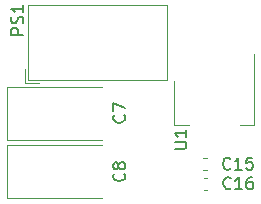
<source format=gbr>
%TF.GenerationSoftware,KiCad,Pcbnew,(5.1.10)-1*%
%TF.CreationDate,2022-01-18T16:23:03+07:00*%
%TF.ProjectId,DC5V_DC5V3V3,44433556-5f44-4433-9556-3356332e6b69,rev?*%
%TF.SameCoordinates,Original*%
%TF.FileFunction,Legend,Top*%
%TF.FilePolarity,Positive*%
%FSLAX46Y46*%
G04 Gerber Fmt 4.6, Leading zero omitted, Abs format (unit mm)*
G04 Created by KiCad (PCBNEW (5.1.10)-1) date 2022-01-18 16:23:03*
%MOMM*%
%LPD*%
G01*
G04 APERTURE LIST*
%ADD10C,0.120000*%
%ADD11C,0.150000*%
%ADD12O,1.700000X1.700000*%
%ADD13R,1.700000X1.700000*%
%ADD14R,1.500000X2.000000*%
%ADD15R,3.800000X2.000000*%
%ADD16R,1.750000X2.250000*%
%ADD17O,1.750000X2.250000*%
G04 APERTURE END LIST*
D10*
%TO.C,U1*%
X110381000Y-85207000D02*
X110381000Y-91217000D01*
X103561000Y-87457000D02*
X103561000Y-91217000D01*
X110381000Y-91217000D02*
X109121000Y-91217000D01*
X103561000Y-91217000D02*
X104821000Y-91217000D01*
%TO.C,PS1*%
X91196000Y-81067000D02*
X102966000Y-81067000D01*
X91196000Y-81067000D02*
X91196000Y-87407000D01*
X91196000Y-87407000D02*
X102966000Y-87407000D01*
X102966000Y-81067000D02*
X102966000Y-87407000D01*
X90946000Y-86457000D02*
X90946000Y-87657000D01*
X90946000Y-87657000D02*
X92146000Y-87657000D01*
%TO.C,C16*%
X106095420Y-96700000D02*
X106376580Y-96700000D01*
X106095420Y-95680000D02*
X106376580Y-95680000D01*
%TO.C,C15*%
X106069420Y-95049000D02*
X106350580Y-95049000D01*
X106069420Y-94029000D02*
X106350580Y-94029000D01*
%TO.C,C8*%
X89429500Y-97434000D02*
X97489500Y-97434000D01*
X89429500Y-92914000D02*
X89429500Y-97434000D01*
X97489500Y-92914000D02*
X89429500Y-92914000D01*
%TO.C,C7*%
X89431500Y-92481000D02*
X97491500Y-92481000D01*
X89431500Y-87961000D02*
X89431500Y-92481000D01*
X97491500Y-87961000D02*
X89431500Y-87961000D01*
%TO.C,U1*%
D11*
X103629380Y-93218904D02*
X104438904Y-93218904D01*
X104534142Y-93171285D01*
X104581761Y-93123666D01*
X104629380Y-93028428D01*
X104629380Y-92837952D01*
X104581761Y-92742714D01*
X104534142Y-92695095D01*
X104438904Y-92647476D01*
X103629380Y-92647476D01*
X104629380Y-91647476D02*
X104629380Y-92218904D01*
X104629380Y-91933190D02*
X103629380Y-91933190D01*
X103772238Y-92028428D01*
X103867476Y-92123666D01*
X103915095Y-92218904D01*
%TO.C,PS1*%
X90800380Y-83561285D02*
X89800380Y-83561285D01*
X89800380Y-83180333D01*
X89848000Y-83085095D01*
X89895619Y-83037476D01*
X89990857Y-82989857D01*
X90133714Y-82989857D01*
X90228952Y-83037476D01*
X90276571Y-83085095D01*
X90324190Y-83180333D01*
X90324190Y-83561285D01*
X90752761Y-82608904D02*
X90800380Y-82466047D01*
X90800380Y-82227952D01*
X90752761Y-82132714D01*
X90705142Y-82085095D01*
X90609904Y-82037476D01*
X90514666Y-82037476D01*
X90419428Y-82085095D01*
X90371809Y-82132714D01*
X90324190Y-82227952D01*
X90276571Y-82418428D01*
X90228952Y-82513666D01*
X90181333Y-82561285D01*
X90086095Y-82608904D01*
X89990857Y-82608904D01*
X89895619Y-82561285D01*
X89848000Y-82513666D01*
X89800380Y-82418428D01*
X89800380Y-82180333D01*
X89848000Y-82037476D01*
X90800380Y-81085095D02*
X90800380Y-81656523D01*
X90800380Y-81370809D02*
X89800380Y-81370809D01*
X89943238Y-81466047D01*
X90038476Y-81561285D01*
X90086095Y-81656523D01*
%TO.C,C16*%
X108374142Y-96547142D02*
X108326523Y-96594761D01*
X108183666Y-96642380D01*
X108088428Y-96642380D01*
X107945571Y-96594761D01*
X107850333Y-96499523D01*
X107802714Y-96404285D01*
X107755095Y-96213809D01*
X107755095Y-96070952D01*
X107802714Y-95880476D01*
X107850333Y-95785238D01*
X107945571Y-95690000D01*
X108088428Y-95642380D01*
X108183666Y-95642380D01*
X108326523Y-95690000D01*
X108374142Y-95737619D01*
X109326523Y-96642380D02*
X108755095Y-96642380D01*
X109040809Y-96642380D02*
X109040809Y-95642380D01*
X108945571Y-95785238D01*
X108850333Y-95880476D01*
X108755095Y-95928095D01*
X110183666Y-95642380D02*
X109993190Y-95642380D01*
X109897952Y-95690000D01*
X109850333Y-95737619D01*
X109755095Y-95880476D01*
X109707476Y-96070952D01*
X109707476Y-96451904D01*
X109755095Y-96547142D01*
X109802714Y-96594761D01*
X109897952Y-96642380D01*
X110088428Y-96642380D01*
X110183666Y-96594761D01*
X110231285Y-96547142D01*
X110278904Y-96451904D01*
X110278904Y-96213809D01*
X110231285Y-96118571D01*
X110183666Y-96070952D01*
X110088428Y-96023333D01*
X109897952Y-96023333D01*
X109802714Y-96070952D01*
X109755095Y-96118571D01*
X109707476Y-96213809D01*
%TO.C,C15*%
X108348142Y-94896142D02*
X108300523Y-94943761D01*
X108157666Y-94991380D01*
X108062428Y-94991380D01*
X107919571Y-94943761D01*
X107824333Y-94848523D01*
X107776714Y-94753285D01*
X107729095Y-94562809D01*
X107729095Y-94419952D01*
X107776714Y-94229476D01*
X107824333Y-94134238D01*
X107919571Y-94039000D01*
X108062428Y-93991380D01*
X108157666Y-93991380D01*
X108300523Y-94039000D01*
X108348142Y-94086619D01*
X109300523Y-94991380D02*
X108729095Y-94991380D01*
X109014809Y-94991380D02*
X109014809Y-93991380D01*
X108919571Y-94134238D01*
X108824333Y-94229476D01*
X108729095Y-94277095D01*
X110205285Y-93991380D02*
X109729095Y-93991380D01*
X109681476Y-94467571D01*
X109729095Y-94419952D01*
X109824333Y-94372333D01*
X110062428Y-94372333D01*
X110157666Y-94419952D01*
X110205285Y-94467571D01*
X110252904Y-94562809D01*
X110252904Y-94800904D01*
X110205285Y-94896142D01*
X110157666Y-94943761D01*
X110062428Y-94991380D01*
X109824333Y-94991380D01*
X109729095Y-94943761D01*
X109681476Y-94896142D01*
%TO.C,C8*%
X99341142Y-95340666D02*
X99388761Y-95388285D01*
X99436380Y-95531142D01*
X99436380Y-95626380D01*
X99388761Y-95769238D01*
X99293523Y-95864476D01*
X99198285Y-95912095D01*
X99007809Y-95959714D01*
X98864952Y-95959714D01*
X98674476Y-95912095D01*
X98579238Y-95864476D01*
X98484000Y-95769238D01*
X98436380Y-95626380D01*
X98436380Y-95531142D01*
X98484000Y-95388285D01*
X98531619Y-95340666D01*
X98864952Y-94769238D02*
X98817333Y-94864476D01*
X98769714Y-94912095D01*
X98674476Y-94959714D01*
X98626857Y-94959714D01*
X98531619Y-94912095D01*
X98484000Y-94864476D01*
X98436380Y-94769238D01*
X98436380Y-94578761D01*
X98484000Y-94483523D01*
X98531619Y-94435904D01*
X98626857Y-94388285D01*
X98674476Y-94388285D01*
X98769714Y-94435904D01*
X98817333Y-94483523D01*
X98864952Y-94578761D01*
X98864952Y-94769238D01*
X98912571Y-94864476D01*
X98960190Y-94912095D01*
X99055428Y-94959714D01*
X99245904Y-94959714D01*
X99341142Y-94912095D01*
X99388761Y-94864476D01*
X99436380Y-94769238D01*
X99436380Y-94578761D01*
X99388761Y-94483523D01*
X99341142Y-94435904D01*
X99245904Y-94388285D01*
X99055428Y-94388285D01*
X98960190Y-94435904D01*
X98912571Y-94483523D01*
X98864952Y-94578761D01*
%TO.C,C7*%
X99341142Y-90387666D02*
X99388761Y-90435285D01*
X99436380Y-90578142D01*
X99436380Y-90673380D01*
X99388761Y-90816238D01*
X99293523Y-90911476D01*
X99198285Y-90959095D01*
X99007809Y-91006714D01*
X98864952Y-91006714D01*
X98674476Y-90959095D01*
X98579238Y-90911476D01*
X98484000Y-90816238D01*
X98436380Y-90673380D01*
X98436380Y-90578142D01*
X98484000Y-90435285D01*
X98531619Y-90387666D01*
X98436380Y-90054333D02*
X98436380Y-89387666D01*
X99436380Y-89816238D01*
%TD*%
%LPC*%
D12*
%TO.C,J1*%
X98222000Y-98603000D03*
X95682000Y-98603000D03*
X93142000Y-98603000D03*
D13*
X90602000Y-98603000D03*
%TD*%
D12*
%TO.C,J2*%
X108382000Y-98603000D03*
X105842000Y-98603000D03*
D13*
X103302000Y-98603000D03*
%TD*%
D14*
%TO.C,U1*%
X109271000Y-86157000D03*
X104671000Y-86157000D03*
X106971000Y-86157000D03*
D15*
X106971000Y-92457000D03*
%TD*%
D16*
%TO.C,PS1*%
X93396000Y-86157000D03*
D17*
X95936000Y-86157000D03*
X98476000Y-86157000D03*
X101016000Y-86157000D03*
%TD*%
%TO.C,C16*%
G36*
G01*
X106561000Y-96440000D02*
X106561000Y-95940000D01*
G75*
G02*
X106786000Y-95715000I225000J0D01*
G01*
X107236000Y-95715000D01*
G75*
G02*
X107461000Y-95940000I0J-225000D01*
G01*
X107461000Y-96440000D01*
G75*
G02*
X107236000Y-96665000I-225000J0D01*
G01*
X106786000Y-96665000D01*
G75*
G02*
X106561000Y-96440000I0J225000D01*
G01*
G37*
G36*
G01*
X105011000Y-96440000D02*
X105011000Y-95940000D01*
G75*
G02*
X105236000Y-95715000I225000J0D01*
G01*
X105686000Y-95715000D01*
G75*
G02*
X105911000Y-95940000I0J-225000D01*
G01*
X105911000Y-96440000D01*
G75*
G02*
X105686000Y-96665000I-225000J0D01*
G01*
X105236000Y-96665000D01*
G75*
G02*
X105011000Y-96440000I0J225000D01*
G01*
G37*
%TD*%
%TO.C,C15*%
G36*
G01*
X106535000Y-94789000D02*
X106535000Y-94289000D01*
G75*
G02*
X106760000Y-94064000I225000J0D01*
G01*
X107210000Y-94064000D01*
G75*
G02*
X107435000Y-94289000I0J-225000D01*
G01*
X107435000Y-94789000D01*
G75*
G02*
X107210000Y-95014000I-225000J0D01*
G01*
X106760000Y-95014000D01*
G75*
G02*
X106535000Y-94789000I0J225000D01*
G01*
G37*
G36*
G01*
X104985000Y-94789000D02*
X104985000Y-94289000D01*
G75*
G02*
X105210000Y-94064000I225000J0D01*
G01*
X105660000Y-94064000D01*
G75*
G02*
X105885000Y-94289000I0J-225000D01*
G01*
X105885000Y-94789000D01*
G75*
G02*
X105660000Y-95014000I-225000J0D01*
G01*
X105210000Y-95014000D01*
G75*
G02*
X104985000Y-94789000I0J225000D01*
G01*
G37*
%TD*%
%TO.C,C8*%
G36*
G01*
X95914500Y-96199000D02*
X95914500Y-94149000D01*
G75*
G02*
X96164500Y-93899000I250000J0D01*
G01*
X97739500Y-93899000D01*
G75*
G02*
X97989500Y-94149000I0J-250000D01*
G01*
X97989500Y-96199000D01*
G75*
G02*
X97739500Y-96449000I-250000J0D01*
G01*
X96164500Y-96449000D01*
G75*
G02*
X95914500Y-96199000I0J250000D01*
G01*
G37*
G36*
G01*
X89689500Y-96199000D02*
X89689500Y-94149000D01*
G75*
G02*
X89939500Y-93899000I250000J0D01*
G01*
X91514500Y-93899000D01*
G75*
G02*
X91764500Y-94149000I0J-250000D01*
G01*
X91764500Y-96199000D01*
G75*
G02*
X91514500Y-96449000I-250000J0D01*
G01*
X89939500Y-96449000D01*
G75*
G02*
X89689500Y-96199000I0J250000D01*
G01*
G37*
%TD*%
%TO.C,C7*%
G36*
G01*
X95916500Y-91246000D02*
X95916500Y-89196000D01*
G75*
G02*
X96166500Y-88946000I250000J0D01*
G01*
X97741500Y-88946000D01*
G75*
G02*
X97991500Y-89196000I0J-250000D01*
G01*
X97991500Y-91246000D01*
G75*
G02*
X97741500Y-91496000I-250000J0D01*
G01*
X96166500Y-91496000D01*
G75*
G02*
X95916500Y-91246000I0J250000D01*
G01*
G37*
G36*
G01*
X89691500Y-91246000D02*
X89691500Y-89196000D01*
G75*
G02*
X89941500Y-88946000I250000J0D01*
G01*
X91516500Y-88946000D01*
G75*
G02*
X91766500Y-89196000I0J-250000D01*
G01*
X91766500Y-91246000D01*
G75*
G02*
X91516500Y-91496000I-250000J0D01*
G01*
X89941500Y-91496000D01*
G75*
G02*
X89691500Y-91246000I0J250000D01*
G01*
G37*
%TD*%
M02*

</source>
